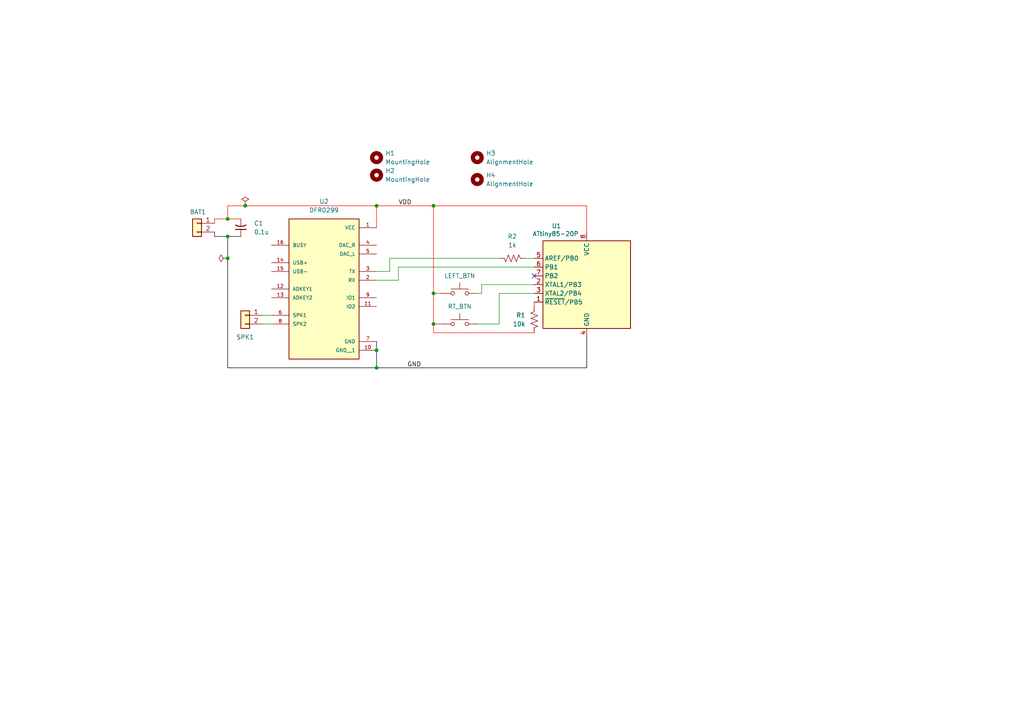
<source format=kicad_sch>
(kicad_sch (version 20250114) (generator "eeschema") (generator_version "9.0")
  (paper "A4")
  (lib_symbols
    (symbol "Connector_Generic:Conn_01x02" (pin_names (offset 1.016) (hide yes))
      (property "Reference" "J" (at 0 2.54 0))
      (property "Value" "Conn_01x02" (at 0 -5.08 0))
      (symbol "Conn_01x02_1_1"
        (rectangle (start -1.27 1.27) (end 1.27 -3.81) (stroke (width 0.254)) (fill (type background)))
        (rectangle (start -1.27 0.127) (end 0 -0.127) (stroke (width 0.1524)))
        (rectangle (start -1.27 -2.413) (end 0 -2.667) (stroke (width 0.1524)))
        (pin passive line (at -5.08 0 0) (length 3.81) (name "Pin_1") (number "1"))
        (pin passive line (at -5.08 -2.54 0) (length 3.81) (name "Pin_2") (number "2"))
      )
    )
    (symbol "DFR0299:DFR0299" (pin_names (offset 1.016))
      (property "Reference" "U" (at -10.16 18.542 0))
      (property "Value" "DFR0299" (at -10.16 -25.4 0))
      (symbol "DFR0299_0_0"
        (rectangle (start -10.16 -22.86) (end 10.16 17.78) (stroke (width 0.254)) (fill (type background)))
        (pin input line (at -15.24 10.16 0) (length 5.08) (name "BUSY") (number "16"))
        (pin input line (at -15.24 5.08 0) (length 5.08) (name "USB+") (number "14"))
        (pin input line (at -15.24 2.54 0) (length 5.08) (name "USB-") (number "15"))
        (pin input line (at -15.24 -2.54 0) (length 5.08) (name "ADKEY1") (number "12"))
        (pin input line (at -15.24 -5.08 0) (length 5.08) (name "ADKEY2") (number "13"))
        (pin passive line (at -15.24 -10.16 0) (length 5.08) (name "SPK1") (number "6"))
        (pin passive line (at -15.24 -12.7 0) (length 5.08) (name "SPK2") (number "8"))
        (pin power_in line (at 15.24 15.24 180) (length 5.08) (name "VCC") (number "1"))
        (pin output line (at 15.24 10.16 180) (length 5.08) (name "DAC_R") (number "4"))
        (pin output line (at 15.24 7.62 180) (length 5.08) (name "DAC_L") (number "5"))
        (pin output line (at 15.24 2.54 180) (length 5.08) (name "TX") (number "3"))
        (pin input line (at 15.24 0 180) (length 5.08) (name "RX") (number "2"))
        (pin bidirectional line (at 15.24 -5.08 180) (length 5.08) (name "IO1") (number "9"))
        (pin bidirectional line (at 15.24 -7.62 180) (length 5.08) (name "IO2") (number "11"))
        (pin power_in line (at 15.24 -17.78 180) (length 5.08) (name "GND") (number "7"))
        (pin power_in line (at 15.24 -20.32 180) (length 5.08) (name "GND__1") (number "10"))
      )
    )
    (symbol "Device:C_Small_US" (pin_numbers (hide yes)) (pin_names (offset 0.254) (hide yes))
      (property "Reference" "C" (at 0.254 1.778 0))
      (property "Value" "C_Small_US" (at 0.254 -2.032 0))
      (symbol "C_Small_US_0_1"
        (polyline (pts (xy -1.524 0.508) (xy 1.524 0.508)) (stroke (width 0.3048)))
        (arc (start -1.524 -0.762) (mid 0 -0.3734) (end 1.524 -0.762) (stroke (width 0.3048)))
      )
      (symbol "C_Small_US_1_1"
        (pin passive line (at 0 2.54 270) (length 2.032) (name "~") (number "1"))
        (pin passive line (at 0 -2.54 90) (length 2.032) (name "~") (number "2"))
      )
    )
    (symbol "Device:R_US" (pin_numbers (hide yes)) (pin_names (offset 0))
      (property "Reference" "R" (at 2.54 0 90))
      (property "Value" "R_US" (at -2.54 0 90))
      (symbol "R_US_0_1"
        (polyline (pts (xy 0 2.286) (xy 0 2.54)))
        (polyline (pts (xy 0 2.286) (xy 1.016 1.905) (xy 0 1.524) (xy -1.016 1.143) (xy 0 0.762)))
        (polyline (pts (xy 0 0.762) (xy 1.016 0.381) (xy 0 0) (xy -1.016 -0.381) (xy 0 -0.762)))
        (polyline (pts (xy 0 -0.762) (xy 1.016 -1.143) (xy 0 -1.524) (xy -1.016 -1.905) (xy 0 -2.286)))
        (polyline (pts (xy 0 -2.286) (xy 0 -2.54)))
      )
      (symbol "R_US_1_1"
        (pin passive line (at 0 3.81 270) (length 1.27) (name "~") (number "1"))
        (pin passive line (at 0 -3.81 90) (length 1.27) (name "~") (number "2"))
      )
    )
    (symbol "MCU_Microchip_ATtiny:ATtiny85-20P"
      (property "Reference" "U" (at -12.7 13.97 0))
      (property "Value" "ATtiny85-20P" (at 2.54 -13.97 0))
      (symbol "ATtiny85-20P_0_1"
        (rectangle (start -12.7 -12.7) (end 12.7 12.7) (stroke (width 0.254)) (fill (type background)))
      )
      (symbol "ATtiny85-20P_1_1"
        (pin power_in line (at 0 15.24 270) (length 2.54) (name "VCC") (number "8"))
        (pin power_in line (at 0 -15.24 90) (length 2.54) (name "GND") (number "4"))
        (pin bidirectional line (at 15.24 7.62 180) (length 2.54) (name "AREF/PB0") (number "5"))
        (pin bidirectional line (at 15.24 5.08 180) (length 2.54) (name "PB1") (number "6"))
        (pin bidirectional line (at 15.24 2.54 180) (length 2.54) (name "PB2") (number "7"))
        (pin bidirectional line (at 15.24 0 180) (length 2.54) (name "XTAL1/PB3") (number "2"))
        (pin bidirectional line (at 15.24 -2.54 180) (length 2.54) (name "XTAL2/PB4") (number "3"))
        (pin bidirectional line (at 15.24 -5.08 180) (length 2.54) (name "~{RESET}/PB5") (number "1"))
      )
    )
    (symbol "Mechanical:MountingHole" (pin_names (offset 1.016)) (in_bom no)
      (property "Reference" "H" (at 0 5.08 0))
      (property "Value" "MountingHole" (at 0 3.175 0))
      (symbol "MountingHole_0_1"
        (circle (center 0 0) (radius 1.27) (stroke (width 1.27)))
      )
    )
    (symbol "Switch:SW_Push" (pin_numbers (hide yes)) (pin_names (offset 1.016) (hide yes))
      (property "Reference" "SW" (at 1.27 2.54 0))
      (property "Value" "SW_Push" (at 0 -1.524 0))
      (symbol "SW_Push_0_1"
        (circle (center -2.032 0) (radius 0.508))
        (polyline (pts (xy 0 1.27) (xy 0 3.048)))
        (circle (center 2.032 0) (radius 0.508))
        (polyline (pts (xy 2.54 1.27) (xy -2.54 1.27)))
        (pin passive line (at -5.08 0 0) (length 2.54) (name "1") (number "1"))
        (pin passive line (at 5.08 0 180) (length 2.54) (name "2") (number "2"))
      )
    )
    (symbol "power:PWR_FLAG" (power) (pin_numbers (hide yes)) (pin_names (offset 0) (hide yes))
      (property "Value" "PWR_FLAG" (at 0 3.81 0))
      (symbol "PWR_FLAG_0_0"
        (pin power_out line (at 0 0 90) (length 0) (name "~") (number "1"))
      )
      (symbol "PWR_FLAG_0_1"
        (polyline (pts (xy 0 0) (xy 0 1.27) (xy -1.016 1.905) (xy 0 2.54) (xy 1.016 1.905) (xy 0 1.27)))
      )
    )
  )
  (junction (at 66.04 68.58))
  (junction (at 125.73 85.09))
  (junction (at 125.73 93.98))
  (junction (at 109.22 59.69))
  (junction (at 109.22 106.68))
  (junction (at 66.04 74.93))
  (junction (at 66.04 63.5))
  (junction (at 71.12 59.69))
  (junction (at 125.73 59.69))
  (junction (at 109.22 101.6))
  (no_connect (at 154.94 80.01))
  (wire (pts (xy 62.23 67.31) (xy 62.23 68.58)) (stroke (width 0) (color 0 0 0 1)))
  (wire (pts (xy 154.94 96.52) (xy 125.73 96.52)) (stroke (width 0) (color 255 0 0 1)))
  (wire (pts (xy 109.22 101.6) (xy 109.22 106.68)) (stroke (width 0) (color 0 0 0 1)))
  (wire (pts (xy 109.22 78.74) (xy 113.03 78.74)))
  (wire (pts (xy 144.78 93.98) (xy 144.78 85.09)))
  (wire (pts (xy 62.23 63.5) (xy 66.04 63.5)) (stroke (width 0) (color 255 0 0 1)))
  (wire (pts (xy 69.85 63.5) (xy 66.04 63.5)) (stroke (width 0) (color 255 0 0 1)))
  (wire (pts (xy 76.2 91.44) (xy 78.74 91.44)))
  (wire (pts (xy 76.2 93.98) (xy 78.74 93.98)))
  (wire (pts (xy 125.73 59.69) (xy 125.73 85.09)) (stroke (width 0) (color 255 0 0 1)))
  (wire (pts (xy 138.43 85.09) (xy 139.7 85.09)))
  (wire (pts (xy 109.22 59.69) (xy 125.73 59.69)) (stroke (width 0) (color 255 0 0 1)))
  (wire (pts (xy 170.18 59.69) (xy 125.73 59.69)) (stroke (width 0) (color 255 0 0 1)))
  (wire (pts (xy 125.73 93.98) (xy 125.73 96.52)) (stroke (width 0) (color 255 0 0 1)))
  (wire (pts (xy 139.7 85.09) (xy 139.7 82.55)))
  (wire (pts (xy 66.04 68.58) (xy 69.85 68.58)) (stroke (width 0) (color 0 0 0 1)))
  (wire (pts (xy 66.04 68.58) (xy 66.04 74.93)) (stroke (width 0) (color 0 0 0 1)))
  (wire (pts (xy 170.18 67.31) (xy 170.18 59.69)) (stroke (width 0) (color 255 0 0 1)))
  (wire (pts (xy 109.22 81.28) (xy 115.57 81.28)))
  (wire (pts (xy 154.94 77.47) (xy 115.57 77.47)))
  (wire (pts (xy 128.27 85.09) (xy 125.73 85.09)) (stroke (width 0) (color 255 0 0 1)))
  (wire (pts (xy 71.12 59.69) (xy 66.04 59.69)) (stroke (width 0) (color 255 0 0 1)))
  (wire (pts (xy 66.04 74.93) (xy 66.04 106.68)) (stroke (width 0) (color 0 0 0 1)))
  (wire (pts (xy 170.18 106.68) (xy 170.18 97.79)) (stroke (width 0) (color 0 0 0 1)))
  (wire (pts (xy 154.94 88.9) (xy 154.94 87.63)) (stroke (width 0) (color 255 0 0 1)))
  (wire (pts (xy 125.73 85.09) (xy 125.73 93.98)) (stroke (width 0) (color 255 0 0 1)))
  (wire (pts (xy 152.4 74.93) (xy 154.94 74.93)))
  (wire (pts (xy 115.57 81.28) (xy 115.57 77.47)))
  (wire (pts (xy 144.78 93.98) (xy 138.43 93.98)))
  (wire (pts (xy 66.04 106.68) (xy 109.22 106.68)) (stroke (width 0) (color 0 0 0 1)))
  (wire (pts (xy 113.03 78.74) (xy 113.03 74.93)))
  (wire (pts (xy 109.22 59.69) (xy 109.22 66.04)) (stroke (width 0) (color 255 0 0 1)))
  (wire (pts (xy 109.22 99.06) (xy 109.22 101.6)) (stroke (width 0) (color 0 0 0 1)))
  (wire (pts (xy 113.03 74.93) (xy 144.78 74.93)))
  (wire (pts (xy 128.27 93.98) (xy 125.73 93.98)) (stroke (width 0) (color 255 0 0 1)))
  (wire (pts (xy 139.7 82.55) (xy 154.94 82.55)))
  (wire (pts (xy 62.23 63.5) (xy 62.23 64.77)) (stroke (width 0) (color 255 0 0 1)))
  (wire (pts (xy 66.04 59.69) (xy 66.04 63.5)) (stroke (width 0) (color 255 0 0 1)))
  (wire (pts (xy 144.78 85.09) (xy 154.94 85.09)))
  (wire (pts (xy 62.23 68.58) (xy 66.04 68.58)) (stroke (width 0) (color 0 0 0 1)))
  (wire (pts (xy 109.22 106.68) (xy 170.18 106.68)) (stroke (width 0) (color 0 0 0 1)))
  (wire (pts (xy 71.12 59.69) (xy 109.22 59.69)) (stroke (width 0) (color 255 0 0 1)))
  (label "GND" (at 118.11 106.68 0))
  (label "VDD" (at 115.57 59.69 0))
  (symbol (lib_id "Mechanical:MountingHole") (at 109.22 45.72 0) (unit 1) (in_bom no)
    (property "Reference" "H1" (at 111.76 44.4499 0) (effects (justify left)))
    (property "Value" "MountingHole" (at 111.76 46.9899 0) (effects (justify left)))
    (property "Footprint" "MountingHole:MountingHole_3.2mm_M3" (effects (hide yes)))
    (property "Description" "Mounting Hole without connection" (effects (hide yes)))
  )
  (symbol (lib_id "Mechanical:MountingHole") (at 138.43 45.72 0) (unit 1) (in_bom no)
    (property "Reference" "H3" (at 140.97 44.4499 0) (effects (justify left)))
    (property "Value" "AlignmentHole" (at 140.97 46.9899 0) (effects (justify left)))
    (property "Footprint" "MountingHole:MountingHole_2.5mm" (effects (hide yes)))
    (property "Description" "Mounting Hole without connection" (effects (hide yes)))
  )
  (symbol (lib_id "Connector_Generic:Conn_01x02") (at 71.12 91.44 0) (mirror y) (unit 1)
    (property "Reference" "SPK1" (at 71.12 97.79 0))
    (property "Footprint" "Connector_JST:JST_PH_S2B-PH-K_1x02_P2.00mm_Horizontal" (effects (hide yes)))
    (property "Description" "Generic connector, single row, 01x02, script generated (kicad-library-utils/schlib/autogen/connector/)" (effects (hide yes)))
  )
  (symbol (lib_id "Mechanical:MountingHole") (at 138.43 52.07 0) (unit 1) (in_bom no)
    (property "Reference" "H4" (at 140.97 50.7999 0) (effects (justify left)))
    (property "Value" "AlignmentHole" (at 140.97 53.3399 0) (effects (justify left)))
    (property "Footprint" "MountingHole:MountingHole_2.5mm" (effects (hide yes)))
    (property "Description" "Mounting Hole without connection" (effects (hide yes)))
  )
  (symbol (lib_id "Mechanical:MountingHole") (at 109.22 50.8 0) (unit 1) (in_bom no)
    (property "Reference" "H2" (at 111.76 49.5299 0) (effects (justify left)))
    (property "Value" "MountingHole" (at 111.76 52.0699 0) (effects (justify left)))
    (property "Footprint" "MountingHole:MountingHole_3.2mm_M3" (effects (hide yes)))
    (property "Description" "Mounting Hole without connection" (effects (hide yes)))
  )
  (symbol (lib_id "Switch:SW_Push") (at 133.35 85.09 0) (mirror y) (unit 1)
    (property "Reference" "SW1" (effects (hide yes)))
    (property "Value" "LEFT_BTN" (at 133.35 80.01 0))
    (property "Footprint" "Library:Keypad 2" (effects (hide yes)))
    (property "Description" "Push button switch, generic, two pins" (effects (hide yes)))
  )
  (symbol (lib_id "Device:R_US") (at 154.94 92.71 0) (mirror x) (unit 1)
    (property "Reference" "R1" (at 152.4 91.4399 0) (effects (justify right)))
    (property "Value" "10k" (at 152.4 93.9799 0) (effects (justify right)))
    (property "Footprint" "Resistor_THT:R_Axial_DIN0204_L3.6mm_D1.6mm_P5.08mm_Horizontal" (effects (hide yes)))
    (property "Description" "Resistor, US symbol" (effects (hide yes)))
  )
  (symbol (lib_id "Switch:SW_Push") (at 133.35 93.98 0) (mirror y) (unit 1)
    (property "Reference" "SW2" (effects (hide yes)))
    (property "Value" "RT_BTN" (at 133.35 88.9 0))
    (property "Footprint" "Library:Keypad 2" (effects (hide yes)))
    (property "Description" "Push button switch, generic, two pins" (effects (hide yes)))
  )
  (symbol (lib_id "MCU_Microchip_ATtiny:ATtiny85-20P") (at 170.18 82.55 0) (mirror y) (unit 1)
    (property "Reference" "U1" (at 160.02 65.532 0) (effects (justify right)))
    (property "Value" "ATtiny85-20P" (at 154.432 67.818 0) (effects (justify right)))
    (property "Footprint" "Package_DIP:DIP-8_W7.62mm" (effects (hide yes)))
    (property "Datasheet" "http://ww1.microchip.com/downloads/en/DeviceDoc/atmel-2586-avr-8-bit-microcontroller-attiny25-attiny45-attiny85_datasheet.pdf" (effects (hide yes)))
    (property "Description" "20MHz, 8kB Flash, 512B SRAM, 512B EEPROM, debugWIRE, DIP-8" (effects (hide yes)))
  )
  (symbol (lib_id "Device:R_US") (at 148.59 74.93 270) (mirror x) (unit 1)
    (property "Reference" "R2" (at 148.59 68.58 90))
    (property "Value" "1k" (at 148.59 71.12 90))
    (property "Footprint" "Resistor_THT:R_Axial_DIN0207_L6.3mm_D2.5mm_P7.62mm_Horizontal" (effects (hide yes)))
    (property "Description" "Resistor, US symbol" (effects (hide yes)))
  )
  (symbol (lib_id "power:PWR_FLAG") (at 71.12 59.69 0) (mirror y) (unit 1)
    (property "Reference" "#FLG01" (effects (hide yes)))
    (property "Value" "PWR_FLAG" (effects (hide yes)))
    (property "Description" "Special symbol for telling ERC where power comes from" (effects (hide yes)))
  )
  (symbol (lib_id "power:PWR_FLAG") (at 66.04 74.93 90) (mirror x) (unit 1)
    (property "Reference" "#FLG02" (effects (hide yes)))
    (property "Value" "PWR_FLAG" (effects (hide yes)))
    (property "Description" "Special symbol for telling ERC where power comes from" (effects (hide yes)))
  )
  (symbol (lib_id "DFR0299:DFR0299") (at 93.98 81.28 0) (unit 1)
    (property "Reference" "U2" (at 93.98 58.42 0))
    (property "Value" "DFR0299" (at 93.98 60.96 0))
    (property "Footprint" "DFR0299:MODULE_DFR0299" (effects (hide yes)))
    (property "MF" "DFRobot" (effects (hide yes)))
    (property "DESCRIPTION" "Dfplayer - a Mini Mp3 Player" (effects (hide yes)))
    (property "PACKAGE" "None" (effects (hide yes)))
    (property "PRICE" "None" (effects (hide yes)))
    (property "MP" "DFR0299" (effects (hide yes)))
    (property "AVAILABILITY" "Unavailable" (effects (hide yes)))
  )
  (symbol (lib_id "Connector_Generic:Conn_01x02") (at 57.15 64.77 0) (mirror y) (unit 1)
    (property "Reference" "BAT1" (at 57.404 61.468 0))
    (property "Value" "TO_BATTERY" (effects (hide yes)))
    (property "Footprint" "Connector_JST:JST_PH_S2B-PH-K_1x02_P2.00mm_Horizontal" (effects (hide yes)))
    (property "Description" "Generic connector, single row, 01x02, script generated (kicad-library-utils/schlib/autogen/connector/)" (effects (hide yes)))
  )
  (symbol (lib_id "Device:C_Small_US") (at 69.85 66.04 180) (unit 1)
    (property "Reference" "C1" (at 73.66 64.7699 0) (effects (justify right)))
    (property "Value" "0.1u" (at 73.66 67.3099 0) (effects (justify right)))
    (property "Footprint" "Capacitor_THT:C_Disc_D5.0mm_W2.5mm_P2.50mm" (effects (hide yes)))
    (property "Description" "capacitor, small US symbol" (effects (hide yes)))
  )
)
</source>
